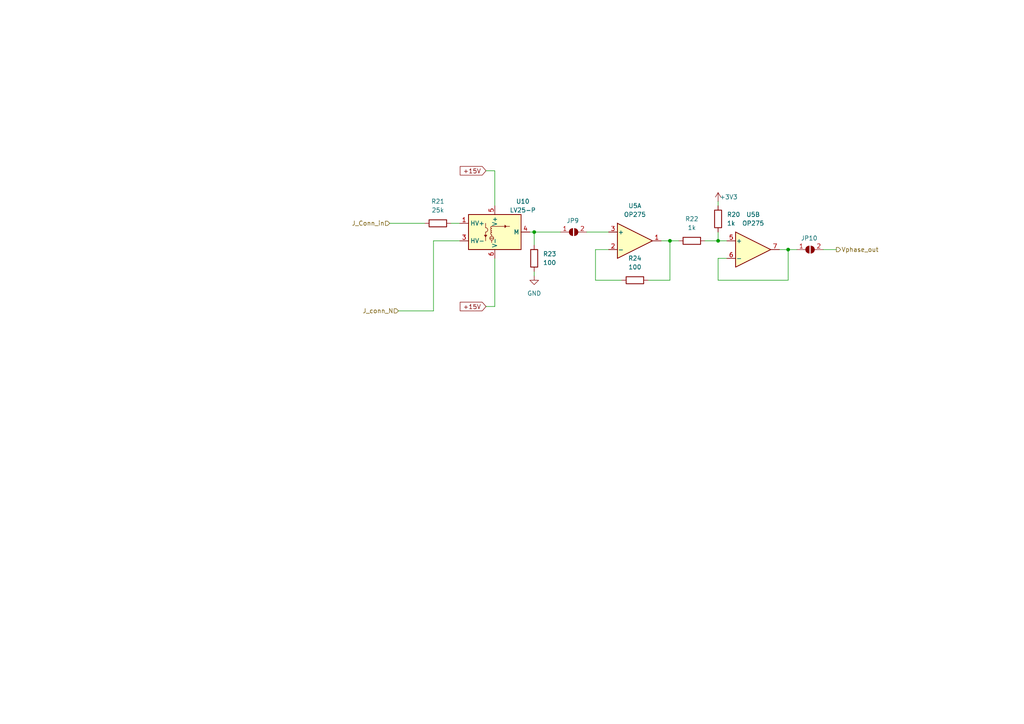
<source format=kicad_sch>
(kicad_sch (version 20231120) (generator "eeschema") (generator_version "8.0")
  (paper "A4")
  (lib_symbols
    (symbol "Amplifier_Operational:OP275" (pin_names (offset 0.127))
      (property "Reference" "U" (at 0 5.08 0))
      (property "Value" "OP275" (at 0 -5.08 0))
      (symbol "OP275_1_1"
        (polyline (pts (xy -5.08 5.08) (xy 5.08 0) (xy -5.08 -5.08) (xy -5.08 5.08)) (stroke (width 0.254)) (fill (type background)))
        (pin output line (at 7.62 0 180) (length 2.54) (name "~") (number "1"))
        (pin input line (at -7.62 -2.54 0) (length 2.54) (name "-") (number "2"))
        (pin input line (at -7.62 2.54 0) (length 2.54) (name "+") (number "3"))
      )
      (symbol "OP275_2_1"
        (polyline (pts (xy -5.08 5.08) (xy 5.08 0) (xy -5.08 -5.08) (xy -5.08 5.08)) (stroke (width 0.254)) (fill (type background)))
        (pin input line (at -7.62 2.54 0) (length 2.54) (name "+") (number "5"))
        (pin input line (at -7.62 -2.54 0) (length 2.54) (name "-") (number "6"))
        (pin output line (at 7.62 0 180) (length 2.54) (name "~") (number "7"))
      )
      (symbol "OP275_3_1"
        (pin power_in line (at -2.54 -7.62 90) (length 3.81) (name "V-") (number "4"))
        (pin power_in line (at -2.54 7.62 270) (length 3.81) (name "V+") (number "8"))
      )
    )
    (symbol "Device:R" (pin_numbers hide) (pin_names (offset 0))
      (property "Reference" "R" (at 2.032 0 90))
      (property "Value" "R" (at 0 0 90))
      (symbol "R_0_1"
        (rectangle (start -1.016 -2.54) (end 1.016 2.54) (stroke (width 0.254)))
      )
      (symbol "R_1_1"
        (pin passive line (at 0 3.81 270) (length 1.27) (name "~") (number "1"))
        (pin passive line (at 0 -3.81 90) (length 1.27) (name "~") (number "2"))
      )
    )
    (symbol "Jumper:SolderJumper_2_Open" (pin_names (offset 0) hide)
      (property "Reference" "JP" (at 0 2.032 0))
      (property "Value" "SolderJumper_2_Open" (at 0 -2.54 0))
      (symbol "SolderJumper_2_Open_0_1"
        (arc (start -0.254 1.016) (mid -1.2656 0) (end -0.254 -1.016))
        (arc (start -0.254 1.016) (mid -1.2656 0) (end -0.254 -1.016) (fill (type outline)))
        (polyline (pts (xy -0.254 1.016) (xy -0.254 -1.016)))
        (polyline (pts (xy 0.254 1.016) (xy 0.254 -1.016)))
        (arc (start 0.254 -1.016) (mid 1.2656 0) (end 0.254 1.016))
        (arc (start 0.254 -1.016) (mid 1.2656 0) (end 0.254 1.016) (fill (type outline)))
      )
      (symbol "SolderJumper_2_Open_1_1"
        (pin passive line (at -3.81 0 0) (length 2.54) (name "A") (number "1"))
        (pin passive line (at 3.81 0 180) (length 2.54) (name "B") (number "2"))
      )
    )
    (symbol "Sensor_Voltage:LV25-P"
      (property "Reference" "U" (at -6.35 6.35 0))
      (property "Value" "LV25-P" (at 5.08 6.35 0))
      (symbol "LV25-P_0_1"
        (arc (start -2.667 0) (mid -2.0347 0.635) (end -2.667 1.27))
        (circle (center -0.889 -1.778) (radius 0.5588))
        (arc (start -0.889 -0.127) (mid -1.1938 -0.4318) (end -0.889 -0.762))
        (arc (start -0.889 0.381) (mid -1.1419 0.127) (end -0.889 -0.127))
        (arc (start -0.889 1.016) (mid -1.1938 0.7112) (end -0.889 0.381))
        (arc (start -0.889 1.651) (mid -1.1938 1.3462) (end -0.889 1.016))
        (polyline (pts (xy -2.667 0) (xy -2.667 -2.54)))
        (polyline (pts (xy -2.667 2.54) (xy -2.667 1.27)))
        (polyline (pts (xy -1.397 -1.778) (xy -0.381 -1.778)))
        (polyline (pts (xy -0.889 -2.413) (xy -0.889 -3.048)))
        (polyline (pts (xy -0.889 -1.143) (xy -0.889 -0.762)))
        (polyline (pts (xy -0.889 1.651) (xy 4.318 1.651)))
        (polyline (pts (xy -2.921 -0.889) (xy -2.286 -0.889) (xy -2.667 -1.397) (xy -3.048 -0.889)) (fill (type outline)))
        (polyline (pts (xy 3.302 1.651) (xy 2.921 2.032) (xy 2.921 1.27) (xy 3.302 1.651)) (fill (type outline)))
        (rectangle (start 7.62 -5.08) (end -7.62 5.08) (stroke (width 0.254)) (fill (type background)))
      )
      (symbol "LV25-P_1_1"
        (pin input line (at -10.16 2.54 0) (length 2.54) (name "HV+") (number "1"))
        (pin input line (at -10.16 -2.54 0) (length 2.54) (name "HV-") (number "3"))
        (pin output line (at 10.16 0 180) (length 2.54) (name "M") (number "4"))
        (pin power_in line (at 0 7.62 270) (length 2.54) (name "V+") (number "5"))
        (pin power_in line (at 0 -7.62 90) (length 2.54) (name "V-") (number "6"))
      )
    )
    (symbol "power:+3V3" (power) (pin_numbers hide) (pin_names (offset 0) hide)
      (property "Value" "+3V3" (at 0 3.556 0))
      (symbol "+3V3_0_1"
        (polyline (pts (xy -0.762 1.27) (xy 0 2.54)))
        (polyline (pts (xy 0 0) (xy 0 2.54)))
        (polyline (pts (xy 0 2.54) (xy 0.762 1.27)))
      )
      (symbol "+3V3_1_1"
        (pin power_in line (at 0 0 90) (length 0) (name "~") (number "1"))
      )
    )
    (symbol "power:GND" (power) (pin_numbers hide) (pin_names (offset 0) hide)
      (property "Value" "GND" (at 0 -3.81 0))
      (symbol "GND_0_1"
        (polyline (pts (xy 0 0) (xy 0 -1.27) (xy 1.27 -1.27) (xy 0 -2.54) (xy -1.27 -1.27) (xy 0 -1.27)))
      )
      (symbol "GND_1_1"
        (pin power_in line (at 0 0 270) (length 0) (name "~") (number "1"))
      )
    )
  )
  (junction (at 154.94 67.31))
  (junction (at 194.31 69.85))
  (junction (at 208.28 69.85))
  (junction (at 228.6 72.39))
  (wire (pts (xy 208.28 67.31) (xy 208.28 69.85)))
  (wire (pts (xy 208.28 58.42) (xy 208.28 59.69)))
  (wire (pts (xy 176.53 72.39) (xy 172.72 72.39)))
  (wire (pts (xy 153.67 67.31) (xy 154.94 67.31)))
  (wire (pts (xy 154.94 78.74) (xy 154.94 80.01)))
  (wire (pts (xy 204.47 69.85) (xy 208.28 69.85)))
  (wire (pts (xy 210.82 74.93) (xy 208.28 74.93)))
  (wire (pts (xy 208.28 74.93) (xy 208.28 81.28)))
  (wire (pts (xy 187.96 81.28) (xy 194.31 81.28)))
  (wire (pts (xy 208.28 69.85) (xy 210.82 69.85)))
  (wire (pts (xy 172.72 72.39) (xy 172.72 81.28)))
  (wire (pts (xy 143.51 74.93) (xy 143.51 88.9)))
  (wire (pts (xy 154.94 67.31) (xy 162.56 67.31)))
  (wire (pts (xy 125.73 69.85) (xy 125.73 90.17)))
  (wire (pts (xy 228.6 72.39) (xy 226.06 72.39)))
  (wire (pts (xy 172.72 81.28) (xy 180.34 81.28)))
  (wire (pts (xy 170.18 67.31) (xy 176.53 67.31)))
  (wire (pts (xy 194.31 81.28) (xy 194.31 69.85)))
  (wire (pts (xy 208.28 81.28) (xy 228.6 81.28)))
  (wire (pts (xy 228.6 72.39) (xy 231.14 72.39)))
  (wire (pts (xy 238.76 72.39) (xy 242.57 72.39)))
  (wire (pts (xy 140.97 49.53) (xy 143.51 49.53)))
  (wire (pts (xy 130.81 64.77) (xy 133.35 64.77)))
  (wire (pts (xy 228.6 81.28) (xy 228.6 72.39)))
  (wire (pts (xy 194.31 69.85) (xy 196.85 69.85)))
  (wire (pts (xy 113.03 64.77) (xy 123.19 64.77)))
  (wire (pts (xy 143.51 49.53) (xy 143.51 59.69)))
  (wire (pts (xy 140.97 88.9) (xy 143.51 88.9)))
  (wire (pts (xy 125.73 69.85) (xy 133.35 69.85)))
  (wire (pts (xy 115.57 90.17) (xy 125.73 90.17)))
  (wire (pts (xy 191.77 69.85) (xy 194.31 69.85)))
  (wire (pts (xy 154.94 67.31) (xy 154.94 71.12)))
  (global_label "+15V" (shape input) (at 140.97 88.9 180) (property "Intersheetrefs" "${INTERSHEET_REFS}" (effects (hide yes))))
  (global_label "+15V" (shape input) (at 140.97 49.53 180) (property "Intersheetrefs" "${INTERSHEET_REFS}" (effects (hide yes))))
  (hierarchical_label "J_conn_N" (shape input) (at 115.57 90.17 180))
  (hierarchical_label "J_Conn_in" (shape input) (at 113.03 64.77 180))
  (hierarchical_label "Vphase_out" (shape output) (at 242.57 72.39 0))
  (symbol (lib_id "Amplifier_Operational:OP275") (at 184.15 69.85 0) (unit 1)
    (property "Reference" "U5" (at 184.15 59.69 0))
    (property "Value" "OP275" (at 184.15 62.23 0))
    (property "Footprint" "Package_SO:SOIC-8_3.9x4.9mm_P1.27mm" (effects (hide yes)))
    (property "Datasheet" "https://www.analog.com/media/en/technical-documentation/data-sheets/OP275.pdf" (effects (hide yes)))
    (property "Description" "Dual Bipolar/JFET, Audio Operational Amplifier, DIP-8/SOIC-8" (effects (hide yes)))
    (instances (project "Kicad" (path "" (reference "U5") (unit 1)) (path "" (reference "U6") (unit 1)) (path "" (reference "U7") (unit 1))))
  )
  (symbol (lib_id "power:+3V3") (at 208.28 58.42 0) (unit 1)
    (property "Reference" "#PWR023" (effects (hide yes)))
    (property "Value" "+3V3" (at 211.328 57.15 0))
    (property "Description" "Power symbol creates a global label with name \"+3V3\"" (effects (hide yes)))
    (instances (project "Kicad" (path "" (reference "#PWR023") (unit 1)) (path "" (reference "#PWR025") (unit 1)) (path "" (reference "#PWR027") (unit 1))))
  )
  (symbol (lib_id "Device:R") (at 208.28 63.5 0) (unit 1)
    (property "Reference" "R20" (at 210.82 62.2299 0) (effects (justify left)))
    (property "Value" "1k" (at 210.82 64.7699 0) (effects (justify left)))
    (property "Footprint" "Resistor_SMD:R_0603_1608Metric_Pad0.98x0.95mm_HandSolder" (effects (hide yes)))
    (property "Description" "Resistor" (effects (hide yes)))
    (instances (project "Kicad" (path "" (reference "R20") (unit 1)) (path "" (reference "R25") (unit 1)) (path "" (reference "R30") (unit 1))))
  )
  (symbol (lib_id "Amplifier_Operational:OP275") (at 218.44 72.39 0) (unit 2)
    (property "Reference" "U5" (at 218.44 62.23 0))
    (property "Value" "OP275" (at 218.44 64.77 0))
    (property "Footprint" "Package_SO:SOIC-8_3.9x4.9mm_P1.27mm" (effects (hide yes)))
    (property "Datasheet" "https://www.analog.com/media/en/technical-documentation/data-sheets/OP275.pdf" (effects (hide yes)))
    (property "Description" "Dual Bipolar/JFET, Audio Operational Amplifier, DIP-8/SOIC-8" (effects (hide yes)))
    (instances (project "Kicad" (path "" (reference "U5") (unit 2)) (path "" (reference "U6") (unit 2)) (path "" (reference "U7") (unit 2))))
  )
  (symbol (lib_id "Jumper:SolderJumper_2_Open") (at 234.95 72.39 0) (unit 1)
    (property "Reference" "JP10" (at 234.696 69.088 0))
    (property "Value" "SolderJumper_2_Open" (effects (hide yes)))
    (property "Footprint" "Jumper:SolderJumper-2_P1.3mm_Open_TrianglePad1.0x1.5mm" (effects (hide yes)))
    (property "Description" "Solder Jumper, 2-pole, open" (effects (hide yes)))
    (instances (project "Kicad" (path "" (reference "JP10") (unit 1)) (path "" (reference "JP12") (unit 1)) (path "" (reference "JP14") (unit 1))))
  )
  (symbol (lib_id "Sensor_Voltage:LV25-P") (at 143.51 67.31 0) (unit 1)
    (property "Reference" "U10" (at 151.638 58.42 0))
    (property "Value" "LV25-P" (at 151.638 60.96 0))
    (property "Footprint" "Sensor_Voltage:LEM_LV25-P" (effects (hide yes)))
    (property "Datasheet" "https://www.lem.com/sites/default/files/products_datasheets/lv_25-p.pdf" (effects (hide yes)))
    (property "Description" "LEM Voltage transducer LV 25-P" (effects (hide yes)))
    (instances (project "Kicad" (path "" (reference "U10") (unit 1)) (path "" (reference "U11") (unit 1)) (path "" (reference "U12") (unit 1))))
  )
  (symbol (lib_id "Device:R") (at 184.15 81.28 90) (unit 1)
    (property "Reference" "R24" (at 184.15 74.93 90))
    (property "Value" "100" (at 184.15 77.47 90))
    (property "Footprint" "Resistor_SMD:R_0603_1608Metric_Pad0.98x0.95mm_HandSolder" (effects (hide yes)))
    (property "Description" "Resistor" (effects (hide yes)))
    (instances (project "Kicad" (path "" (reference "R24") (unit 1)) (path "" (reference "R29") (unit 1)) (path "" (reference "R34") (unit 1))))
  )
  (symbol (lib_id "Device:R") (at 127 64.77 270) (unit 1)
    (property "Reference" "R21" (at 127 58.42 90))
    (property "Value" "25k" (at 127 60.96 90))
    (property "Footprint" "Library.pretty_R_4527_M11470:R_4527_M11470E" (effects (hide yes)))
    (property "Description" "Resistor" (effects (hide yes)))
    (instances (project "Kicad" (path "" (reference "R21") (unit 1)) (path "" (reference "R26") (unit 1)) (path "" (reference "R31") (unit 1))))
  )
  (symbol (lib_id "Device:R") (at 154.94 74.93 180) (unit 1)
    (property "Reference" "R23" (at 157.48 73.6599 0) (effects (justify right)))
    (property "Value" "100" (at 157.48 76.1999 0) (effects (justify right)))
    (property "Footprint" "Resistor_SMD:R_0603_1608Metric_Pad0.98x0.95mm_HandSolder" (effects (hide yes)))
    (property "Description" "Resistor" (effects (hide yes)))
    (instances (project "Kicad" (path "" (reference "R23") (unit 1)) (path "" (reference "R28") (unit 1)) (path "" (reference "R33") (unit 1))))
  )
  (symbol (lib_id "Jumper:SolderJumper_2_Open") (at 166.37 67.31 0) (unit 1)
    (property "Reference" "JP9" (at 166.116 64.008 0))
    (property "Value" "SolderJumper_2_Open" (effects (hide yes)))
    (property "Footprint" "Jumper:SolderJumper-2_P1.3mm_Open_TrianglePad1.0x1.5mm" (effects (hide yes)))
    (property "Description" "Solder Jumper, 2-pole, open" (effects (hide yes)))
    (instances (project "Kicad" (path "" (reference "JP9") (unit 1)) (path "" (reference "JP11") (unit 1)) (path "" (reference "JP13") (unit 1))))
  )
  (symbol (lib_id "power:GND") (at 154.94 80.01 0) (unit 1)
    (property "Reference" "#PWR024" (effects (hide yes)))
    (property "Value" "GND" (at 154.94 85.09 0))
    (property "Description" "Power symbol creates a global label with name \"GND\" , ground" (effects (hide yes)))
    (instances (project "Kicad" (path "" (reference "#PWR024") (unit 1)) (path "" (reference "#PWR026") (unit 1)) (path "" (reference "#PWR028") (unit 1))))
  )
  (symbol (lib_id "Device:R") (at 200.66 69.85 90) (unit 1)
    (property "Reference" "R22" (at 200.66 63.5 90))
    (property "Value" "1k" (at 200.66 66.04 90))
    (property "Footprint" "Resistor_SMD:R_0603_1608Metric_Pad0.98x0.95mm_HandSolder" (effects (hide yes)))
    (property "Description" "Resistor" (effects (hide yes)))
    (instances (project "Kicad" (path "" (reference "R22") (unit 1)) (path "" (reference "R27") (unit 1)) (path "" (reference "R32") (unit 1))))
  )
)
</source>
